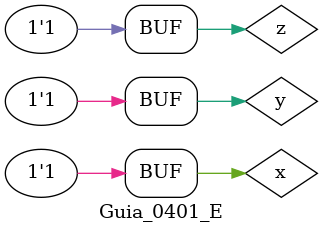
<source format=v>
/**
 * @file Guia_0401_E.v
 * @author 784778 - Wallace Freitas Oliveira (https://github.com/Olivwallace)
 * @brief Guia 04 Exercicio 01 - Arquitetura de Computadores I (PUC-Minas 1°/2023)
 * @date 03-03-2023
 */

`timescale 1ps/1ps
 `include "Guia_0401.v"

 module Guia_0401_E;
    reg x, y, z;
    wire s1;

    //Instanciamento
    QuestaoE QUESTAOE (s1, x, y, z);

    //Inicializacao de Valores
    initial begin
        x = 1'b0; y = 1'b0; z = 1'b0;
    end

    //Principal
    initial begin : main
        
        
        $display("Teste Guia_0401 - Expressao Booleana - E");
        
        //Questao E;
        $display("\ne) ( x' + y' ) . ( y' + z') = S\n");
        
        //Monitoramento
        $display(" x  y  z |  S");
        $monitor("%2b %2b %2b | %2b", x, y, z, s1);


        //Sinalizacao
        #1 x=0; y=0; z=0; //0
        #1 x=0; y=0; z=1; //1
        #1 x=0; y=1; z=0; //2
        #1 x=0; y=1; z=1; //3
        #1 x=1; y=0; z=0; //4
        #1 x=1; y=0; z=1; //5
        #1 x=1; y=1; z=0; //6
        #1 x=1; y=1; z=1; //7
    end

 endmodule
</source>
